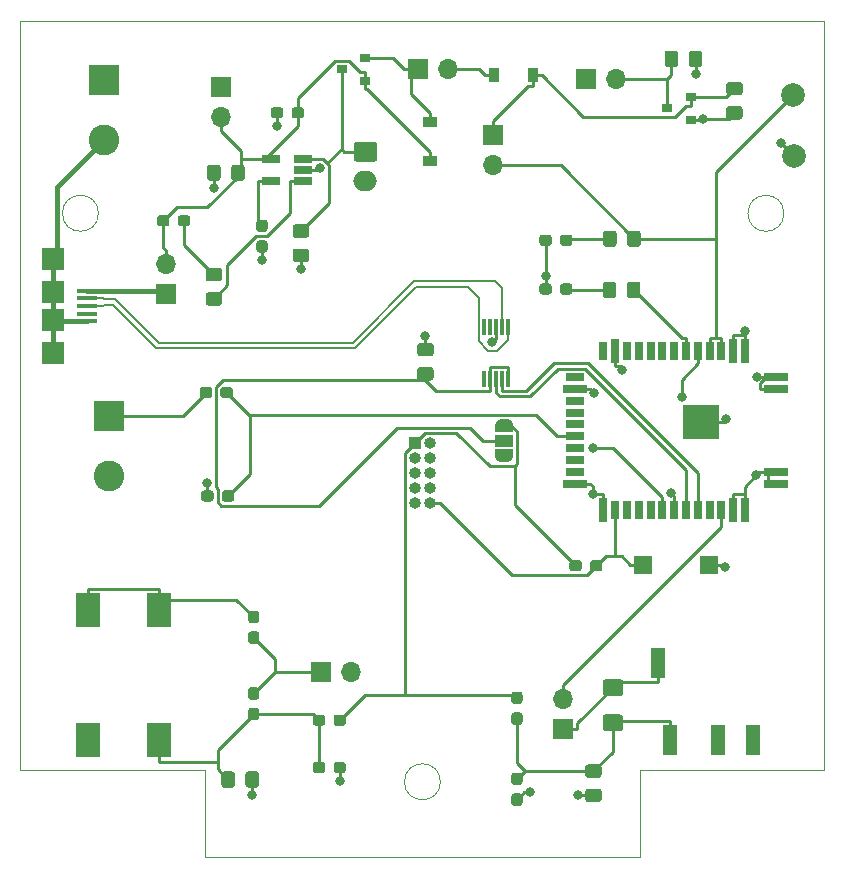
<source format=gbr>
%TF.GenerationSoftware,KiCad,Pcbnew,(5.1.8)-1*%
%TF.CreationDate,2021-05-25T14:35:32+05:30*%
%TF.ProjectId,ATM90_WLR_BOARD,41544d39-305f-4574-9c52-5f424f415244,rev?*%
%TF.SameCoordinates,Original*%
%TF.FileFunction,Copper,L1,Top*%
%TF.FilePolarity,Positive*%
%FSLAX46Y46*%
G04 Gerber Fmt 4.6, Leading zero omitted, Abs format (unit mm)*
G04 Created by KiCad (PCBNEW (5.1.8)-1) date 2021-05-25 14:35:32*
%MOMM*%
%LPD*%
G01*
G04 APERTURE LIST*
%TA.AperFunction,Profile*%
%ADD10C,0.050000*%
%TD*%
%TA.AperFunction,SMDPad,CuDef*%
%ADD11R,1.900000X1.900000*%
%TD*%
%TA.AperFunction,SMDPad,CuDef*%
%ADD12R,1.800000X0.400000*%
%TD*%
%TA.AperFunction,SMDPad,CuDef*%
%ADD13R,1.500000X1.500000*%
%TD*%
%TA.AperFunction,ComponentPad*%
%ADD14O,2.000000X1.700000*%
%TD*%
%TA.AperFunction,SMDPad,CuDef*%
%ADD15R,1.200000X0.900000*%
%TD*%
%TA.AperFunction,SMDPad,CuDef*%
%ADD16R,0.900000X1.200000*%
%TD*%
%TA.AperFunction,SMDPad,CuDef*%
%ADD17R,0.700000X2.000000*%
%TD*%
%TA.AperFunction,SMDPad,CuDef*%
%ADD18R,0.700000X1.500000*%
%TD*%
%TA.AperFunction,SMDPad,CuDef*%
%ADD19R,1.500000X0.700000*%
%TD*%
%TA.AperFunction,SMDPad,CuDef*%
%ADD20R,2.000000X0.700000*%
%TD*%
%TA.AperFunction,SMDPad,CuDef*%
%ADD21R,3.030000X3.000000*%
%TD*%
%TA.AperFunction,SMDPad,CuDef*%
%ADD22R,2.000000X3.000000*%
%TD*%
%TA.AperFunction,SMDPad,CuDef*%
%ADD23R,1.200000X2.500000*%
%TD*%
%TA.AperFunction,ComponentPad*%
%ADD24C,2.600000*%
%TD*%
%TA.AperFunction,ComponentPad*%
%ADD25R,2.600000X2.600000*%
%TD*%
%TA.AperFunction,ComponentPad*%
%ADD26R,1.700000X1.700000*%
%TD*%
%TA.AperFunction,ComponentPad*%
%ADD27O,1.700000X1.700000*%
%TD*%
%TA.AperFunction,ComponentPad*%
%ADD28O,1.000000X1.000000*%
%TD*%
%TA.AperFunction,ComponentPad*%
%ADD29R,1.000000X1.000000*%
%TD*%
%TA.AperFunction,SMDPad,CuDef*%
%ADD30C,0.100000*%
%TD*%
%TA.AperFunction,SMDPad,CuDef*%
%ADD31R,1.500000X1.000000*%
%TD*%
%TA.AperFunction,SMDPad,CuDef*%
%ADD32R,0.900000X0.800000*%
%TD*%
%TA.AperFunction,SMDPad,CuDef*%
%ADD33C,2.000000*%
%TD*%
%TA.AperFunction,SMDPad,CuDef*%
%ADD34R,1.560000X0.650000*%
%TD*%
%TA.AperFunction,SMDPad,CuDef*%
%ADD35R,0.300000X1.400000*%
%TD*%
%TA.AperFunction,ViaPad*%
%ADD36C,0.800000*%
%TD*%
%TA.AperFunction,Conductor*%
%ADD37C,0.250000*%
%TD*%
%TA.AperFunction,Conductor*%
%ADD38C,0.254000*%
%TD*%
%TA.AperFunction,Conductor*%
%ADD39C,0.400000*%
%TD*%
%TA.AperFunction,Conductor*%
%ADD40C,0.200000*%
%TD*%
G04 APERTURE END LIST*
D10*
X80391000Y-135890000D02*
X80391000Y-72517000D01*
X148463000Y-72517000D02*
X148463000Y-135890000D01*
X148463000Y-72517000D02*
X80391000Y-72517000D01*
X132842000Y-135890000D02*
X148463000Y-135890000D01*
X132842000Y-143256000D02*
X132842000Y-135890000D01*
X96012000Y-135890000D02*
X96012000Y-143256000D01*
X80391000Y-135890000D02*
X96012000Y-135890000D01*
X96012000Y-143256000D02*
X132842000Y-143256000D01*
X115951000Y-136906000D02*
G75*
G03*
X115951000Y-136906000I-1524000J0D01*
G01*
X145034000Y-88773000D02*
G75*
G03*
X145034000Y-88773000I-1524000J0D01*
G01*
X86995000Y-88773000D02*
G75*
G03*
X86995000Y-88773000I-1524000J0D01*
G01*
D11*
%TO.P,J6,6*%
%TO.N,GND*%
X83140000Y-95410000D03*
X83140000Y-97810000D03*
X83140000Y-100560000D03*
X83140000Y-92660000D03*
D12*
%TO.P,J6,5*%
X86040000Y-97910000D03*
%TO.P,J6,4*%
%TO.N,N/C*%
X86040000Y-97260000D03*
%TO.P,J6,3*%
%TO.N,D+*%
X86040000Y-96610000D03*
%TO.P,J6,1*%
%TO.N,/WLR0809/USB*%
X86040000Y-95310000D03*
%TO.P,J6,2*%
%TO.N,D-*%
X86040000Y-95960000D03*
%TD*%
%TO.P,R15,2*%
%TO.N,GND*%
%TA.AperFunction,SMDPad,CuDef*%
G36*
G01*
X96741500Y-112474500D02*
X96741500Y-112949500D01*
G75*
G02*
X96504000Y-113187000I-237500J0D01*
G01*
X95929000Y-113187000D01*
G75*
G02*
X95691500Y-112949500I0J237500D01*
G01*
X95691500Y-112474500D01*
G75*
G02*
X95929000Y-112237000I237500J0D01*
G01*
X96504000Y-112237000D01*
G75*
G02*
X96741500Y-112474500I0J-237500D01*
G01*
G37*
%TD.AperFunction*%
%TO.P,R15,1*%
%TO.N,DC_IN*%
%TA.AperFunction,SMDPad,CuDef*%
G36*
G01*
X98491500Y-112474500D02*
X98491500Y-112949500D01*
G75*
G02*
X98254000Y-113187000I-237500J0D01*
G01*
X97679000Y-113187000D01*
G75*
G02*
X97441500Y-112949500I0J237500D01*
G01*
X97441500Y-112474500D01*
G75*
G02*
X97679000Y-112237000I237500J0D01*
G01*
X98254000Y-112237000D01*
G75*
G02*
X98491500Y-112474500I0J-237500D01*
G01*
G37*
%TD.AperFunction*%
%TD*%
%TO.P,R14,2*%
%TO.N,DC_IN*%
%TA.AperFunction,SMDPad,CuDef*%
G36*
G01*
X97314500Y-104187500D02*
X97314500Y-103712500D01*
G75*
G02*
X97552000Y-103475000I237500J0D01*
G01*
X98127000Y-103475000D01*
G75*
G02*
X98364500Y-103712500I0J-237500D01*
G01*
X98364500Y-104187500D01*
G75*
G02*
X98127000Y-104425000I-237500J0D01*
G01*
X97552000Y-104425000D01*
G75*
G02*
X97314500Y-104187500I0J237500D01*
G01*
G37*
%TD.AperFunction*%
%TO.P,R14,1*%
%TO.N,Net-(J3-Pad1)*%
%TA.AperFunction,SMDPad,CuDef*%
G36*
G01*
X95564500Y-104187500D02*
X95564500Y-103712500D01*
G75*
G02*
X95802000Y-103475000I237500J0D01*
G01*
X96377000Y-103475000D01*
G75*
G02*
X96614500Y-103712500I0J-237500D01*
G01*
X96614500Y-104187500D01*
G75*
G02*
X96377000Y-104425000I-237500J0D01*
G01*
X95802000Y-104425000D01*
G75*
G02*
X95564500Y-104187500I0J237500D01*
G01*
G37*
%TD.AperFunction*%
%TD*%
%TO.P,R13,2*%
%TO.N,Net-(D4-Pad1)*%
%TA.AperFunction,SMDPad,CuDef*%
G36*
G01*
X126080000Y-95424500D02*
X126080000Y-94949500D01*
G75*
G02*
X126317500Y-94712000I237500J0D01*
G01*
X126892500Y-94712000D01*
G75*
G02*
X127130000Y-94949500I0J-237500D01*
G01*
X127130000Y-95424500D01*
G75*
G02*
X126892500Y-95662000I-237500J0D01*
G01*
X126317500Y-95662000D01*
G75*
G02*
X126080000Y-95424500I0J237500D01*
G01*
G37*
%TD.AperFunction*%
%TO.P,R13,1*%
%TO.N,GND*%
%TA.AperFunction,SMDPad,CuDef*%
G36*
G01*
X124330000Y-95424500D02*
X124330000Y-94949500D01*
G75*
G02*
X124567500Y-94712000I237500J0D01*
G01*
X125142500Y-94712000D01*
G75*
G02*
X125380000Y-94949500I0J-237500D01*
G01*
X125380000Y-95424500D01*
G75*
G02*
X125142500Y-95662000I-237500J0D01*
G01*
X124567500Y-95662000D01*
G75*
G02*
X124330000Y-95424500I0J237500D01*
G01*
G37*
%TD.AperFunction*%
%TD*%
%TO.P,R12,2*%
%TO.N,Net-(D3-Pad1)*%
%TA.AperFunction,SMDPad,CuDef*%
G36*
G01*
X126080000Y-91296500D02*
X126080000Y-90821500D01*
G75*
G02*
X126317500Y-90584000I237500J0D01*
G01*
X126892500Y-90584000D01*
G75*
G02*
X127130000Y-90821500I0J-237500D01*
G01*
X127130000Y-91296500D01*
G75*
G02*
X126892500Y-91534000I-237500J0D01*
G01*
X126317500Y-91534000D01*
G75*
G02*
X126080000Y-91296500I0J237500D01*
G01*
G37*
%TD.AperFunction*%
%TO.P,R12,1*%
%TO.N,GND*%
%TA.AperFunction,SMDPad,CuDef*%
G36*
G01*
X124330000Y-91296500D02*
X124330000Y-90821500D01*
G75*
G02*
X124567500Y-90584000I237500J0D01*
G01*
X125142500Y-90584000D01*
G75*
G02*
X125380000Y-90821500I0J-237500D01*
G01*
X125380000Y-91296500D01*
G75*
G02*
X125142500Y-91534000I-237500J0D01*
G01*
X124567500Y-91534000D01*
G75*
G02*
X124330000Y-91296500I0J237500D01*
G01*
G37*
%TD.AperFunction*%
%TD*%
%TO.P,R11,2*%
%TO.N,RESET*%
%TA.AperFunction,SMDPad,CuDef*%
G36*
G01*
X128620000Y-118855500D02*
X128620000Y-118380500D01*
G75*
G02*
X128857500Y-118143000I237500J0D01*
G01*
X129432500Y-118143000D01*
G75*
G02*
X129670000Y-118380500I0J-237500D01*
G01*
X129670000Y-118855500D01*
G75*
G02*
X129432500Y-119093000I-237500J0D01*
G01*
X128857500Y-119093000D01*
G75*
G02*
X128620000Y-118855500I0J237500D01*
G01*
G37*
%TD.AperFunction*%
%TO.P,R11,1*%
%TO.N,+3V3*%
%TA.AperFunction,SMDPad,CuDef*%
G36*
G01*
X126870000Y-118855500D02*
X126870000Y-118380500D01*
G75*
G02*
X127107500Y-118143000I237500J0D01*
G01*
X127682500Y-118143000D01*
G75*
G02*
X127920000Y-118380500I0J-237500D01*
G01*
X127920000Y-118855500D01*
G75*
G02*
X127682500Y-119093000I-237500J0D01*
G01*
X127107500Y-119093000D01*
G75*
G02*
X126870000Y-118855500I0J237500D01*
G01*
G37*
%TD.AperFunction*%
%TD*%
%TO.P,R10,2*%
%TO.N,GND*%
%TA.AperFunction,SMDPad,CuDef*%
G36*
G01*
X102647000Y-80026500D02*
X102647000Y-80501500D01*
G75*
G02*
X102409500Y-80739000I-237500J0D01*
G01*
X101834500Y-80739000D01*
G75*
G02*
X101597000Y-80501500I0J237500D01*
G01*
X101597000Y-80026500D01*
G75*
G02*
X101834500Y-79789000I237500J0D01*
G01*
X102409500Y-79789000D01*
G75*
G02*
X102647000Y-80026500I0J-237500D01*
G01*
G37*
%TD.AperFunction*%
%TO.P,R10,1*%
%TO.N,+5V*%
%TA.AperFunction,SMDPad,CuDef*%
G36*
G01*
X104397000Y-80026500D02*
X104397000Y-80501500D01*
G75*
G02*
X104159500Y-80739000I-237500J0D01*
G01*
X103584500Y-80739000D01*
G75*
G02*
X103347000Y-80501500I0J237500D01*
G01*
X103347000Y-80026500D01*
G75*
G02*
X103584500Y-79789000I237500J0D01*
G01*
X104159500Y-79789000D01*
G75*
G02*
X104397000Y-80026500I0J-237500D01*
G01*
G37*
%TD.AperFunction*%
%TD*%
%TO.P,R9,2*%
%TO.N,GND*%
%TA.AperFunction,SMDPad,CuDef*%
G36*
G01*
X100600500Y-91063000D02*
X101075500Y-91063000D01*
G75*
G02*
X101313000Y-91300500I0J-237500D01*
G01*
X101313000Y-91875500D01*
G75*
G02*
X101075500Y-92113000I-237500J0D01*
G01*
X100600500Y-92113000D01*
G75*
G02*
X100363000Y-91875500I0J237500D01*
G01*
X100363000Y-91300500D01*
G75*
G02*
X100600500Y-91063000I237500J0D01*
G01*
G37*
%TD.AperFunction*%
%TO.P,R9,1*%
%TO.N,Net-(R9-Pad1)*%
%TA.AperFunction,SMDPad,CuDef*%
G36*
G01*
X100600500Y-89313000D02*
X101075500Y-89313000D01*
G75*
G02*
X101313000Y-89550500I0J-237500D01*
G01*
X101313000Y-90125500D01*
G75*
G02*
X101075500Y-90363000I-237500J0D01*
G01*
X100600500Y-90363000D01*
G75*
G02*
X100363000Y-90125500I0J237500D01*
G01*
X100363000Y-89550500D01*
G75*
G02*
X100600500Y-89313000I237500J0D01*
G01*
G37*
%TD.AperFunction*%
%TD*%
%TO.P,R8,2*%
%TO.N,Net-(D1-Pad2)*%
%TA.AperFunction,SMDPad,CuDef*%
G36*
G01*
X93710000Y-89645500D02*
X93710000Y-89170500D01*
G75*
G02*
X93947500Y-88933000I237500J0D01*
G01*
X94522500Y-88933000D01*
G75*
G02*
X94760000Y-89170500I0J-237500D01*
G01*
X94760000Y-89645500D01*
G75*
G02*
X94522500Y-89883000I-237500J0D01*
G01*
X93947500Y-89883000D01*
G75*
G02*
X93710000Y-89645500I0J237500D01*
G01*
G37*
%TD.AperFunction*%
%TO.P,R8,1*%
%TO.N,+5V*%
%TA.AperFunction,SMDPad,CuDef*%
G36*
G01*
X91960000Y-89645500D02*
X91960000Y-89170500D01*
G75*
G02*
X92197500Y-88933000I237500J0D01*
G01*
X92772500Y-88933000D01*
G75*
G02*
X93010000Y-89170500I0J-237500D01*
G01*
X93010000Y-89645500D01*
G75*
G02*
X92772500Y-89883000I-237500J0D01*
G01*
X92197500Y-89883000D01*
G75*
G02*
X91960000Y-89645500I0J237500D01*
G01*
G37*
%TD.AperFunction*%
%TD*%
%TO.P,R7,2*%
%TO.N,GND*%
%TA.AperFunction,SMDPad,CuDef*%
G36*
G01*
X106903000Y-135937500D02*
X106903000Y-135462500D01*
G75*
G02*
X107140500Y-135225000I237500J0D01*
G01*
X107715500Y-135225000D01*
G75*
G02*
X107953000Y-135462500I0J-237500D01*
G01*
X107953000Y-135937500D01*
G75*
G02*
X107715500Y-136175000I-237500J0D01*
G01*
X107140500Y-136175000D01*
G75*
G02*
X106903000Y-135937500I0J237500D01*
G01*
G37*
%TD.AperFunction*%
%TO.P,R7,1*%
%TO.N,Net-(C2-Pad1)*%
%TA.AperFunction,SMDPad,CuDef*%
G36*
G01*
X105153000Y-135937500D02*
X105153000Y-135462500D01*
G75*
G02*
X105390500Y-135225000I237500J0D01*
G01*
X105965500Y-135225000D01*
G75*
G02*
X106203000Y-135462500I0J-237500D01*
G01*
X106203000Y-135937500D01*
G75*
G02*
X105965500Y-136175000I-237500J0D01*
G01*
X105390500Y-136175000D01*
G75*
G02*
X105153000Y-135937500I0J237500D01*
G01*
G37*
%TD.AperFunction*%
%TD*%
%TO.P,R6,2*%
%TO.N,Net-(C2-Pad1)*%
%TA.AperFunction,SMDPad,CuDef*%
G36*
G01*
X106203000Y-131461500D02*
X106203000Y-131936500D01*
G75*
G02*
X105965500Y-132174000I-237500J0D01*
G01*
X105390500Y-132174000D01*
G75*
G02*
X105153000Y-131936500I0J237500D01*
G01*
X105153000Y-131461500D01*
G75*
G02*
X105390500Y-131224000I237500J0D01*
G01*
X105965500Y-131224000D01*
G75*
G02*
X106203000Y-131461500I0J-237500D01*
G01*
G37*
%TD.AperFunction*%
%TO.P,R6,1*%
%TO.N,+3V3*%
%TA.AperFunction,SMDPad,CuDef*%
G36*
G01*
X107953000Y-131461500D02*
X107953000Y-131936500D01*
G75*
G02*
X107715500Y-132174000I-237500J0D01*
G01*
X107140500Y-132174000D01*
G75*
G02*
X106903000Y-131936500I0J237500D01*
G01*
X106903000Y-131461500D01*
G75*
G02*
X107140500Y-131224000I237500J0D01*
G01*
X107715500Y-131224000D01*
G75*
G02*
X107953000Y-131461500I0J-237500D01*
G01*
G37*
%TD.AperFunction*%
%TD*%
%TO.P,R5,2*%
%TO.N,GND*%
%TA.AperFunction,SMDPad,CuDef*%
G36*
G01*
X122190500Y-137891000D02*
X122665500Y-137891000D01*
G75*
G02*
X122903000Y-138128500I0J-237500D01*
G01*
X122903000Y-138703500D01*
G75*
G02*
X122665500Y-138941000I-237500J0D01*
G01*
X122190500Y-138941000D01*
G75*
G02*
X121953000Y-138703500I0J237500D01*
G01*
X121953000Y-138128500D01*
G75*
G02*
X122190500Y-137891000I237500J0D01*
G01*
G37*
%TD.AperFunction*%
%TO.P,R5,1*%
%TO.N,Net-(C1-Pad1)*%
%TA.AperFunction,SMDPad,CuDef*%
G36*
G01*
X122190500Y-136141000D02*
X122665500Y-136141000D01*
G75*
G02*
X122903000Y-136378500I0J-237500D01*
G01*
X122903000Y-136953500D01*
G75*
G02*
X122665500Y-137191000I-237500J0D01*
G01*
X122190500Y-137191000D01*
G75*
G02*
X121953000Y-136953500I0J237500D01*
G01*
X121953000Y-136378500D01*
G75*
G02*
X122190500Y-136141000I237500J0D01*
G01*
G37*
%TD.AperFunction*%
%TD*%
%TO.P,R4,2*%
%TO.N,Net-(C1-Pad1)*%
%TA.AperFunction,SMDPad,CuDef*%
G36*
G01*
X122190500Y-131033000D02*
X122665500Y-131033000D01*
G75*
G02*
X122903000Y-131270500I0J-237500D01*
G01*
X122903000Y-131845500D01*
G75*
G02*
X122665500Y-132083000I-237500J0D01*
G01*
X122190500Y-132083000D01*
G75*
G02*
X121953000Y-131845500I0J237500D01*
G01*
X121953000Y-131270500D01*
G75*
G02*
X122190500Y-131033000I237500J0D01*
G01*
G37*
%TD.AperFunction*%
%TO.P,R4,1*%
%TO.N,+3V3*%
%TA.AperFunction,SMDPad,CuDef*%
G36*
G01*
X122190500Y-129283000D02*
X122665500Y-129283000D01*
G75*
G02*
X122903000Y-129520500I0J-237500D01*
G01*
X122903000Y-130095500D01*
G75*
G02*
X122665500Y-130333000I-237500J0D01*
G01*
X122190500Y-130333000D01*
G75*
G02*
X121953000Y-130095500I0J237500D01*
G01*
X121953000Y-129520500D01*
G75*
G02*
X122190500Y-129283000I237500J0D01*
G01*
G37*
%TD.AperFunction*%
%TD*%
%TO.P,R3,2*%
%TO.N,Net-(C2-Pad1)*%
%TA.AperFunction,SMDPad,CuDef*%
G36*
G01*
X99901500Y-130652000D02*
X100376500Y-130652000D01*
G75*
G02*
X100614000Y-130889500I0J-237500D01*
G01*
X100614000Y-131464500D01*
G75*
G02*
X100376500Y-131702000I-237500J0D01*
G01*
X99901500Y-131702000D01*
G75*
G02*
X99664000Y-131464500I0J237500D01*
G01*
X99664000Y-130889500D01*
G75*
G02*
X99901500Y-130652000I237500J0D01*
G01*
G37*
%TD.AperFunction*%
%TO.P,R3,1*%
%TO.N,/VT*%
%TA.AperFunction,SMDPad,CuDef*%
G36*
G01*
X99901500Y-128902000D02*
X100376500Y-128902000D01*
G75*
G02*
X100614000Y-129139500I0J-237500D01*
G01*
X100614000Y-129714500D01*
G75*
G02*
X100376500Y-129952000I-237500J0D01*
G01*
X99901500Y-129952000D01*
G75*
G02*
X99664000Y-129714500I0J237500D01*
G01*
X99664000Y-129139500D01*
G75*
G02*
X99901500Y-128902000I237500J0D01*
G01*
G37*
%TD.AperFunction*%
%TD*%
%TO.P,R2,2*%
%TO.N,/VT*%
%TA.AperFunction,SMDPad,CuDef*%
G36*
G01*
X99901500Y-124175000D02*
X100376500Y-124175000D01*
G75*
G02*
X100614000Y-124412500I0J-237500D01*
G01*
X100614000Y-124987500D01*
G75*
G02*
X100376500Y-125225000I-237500J0D01*
G01*
X99901500Y-125225000D01*
G75*
G02*
X99664000Y-124987500I0J237500D01*
G01*
X99664000Y-124412500D01*
G75*
G02*
X99901500Y-124175000I237500J0D01*
G01*
G37*
%TD.AperFunction*%
%TO.P,R2,1*%
%TO.N,Net-(J1-Pad1)*%
%TA.AperFunction,SMDPad,CuDef*%
G36*
G01*
X99901500Y-122425000D02*
X100376500Y-122425000D01*
G75*
G02*
X100614000Y-122662500I0J-237500D01*
G01*
X100614000Y-123237500D01*
G75*
G02*
X100376500Y-123475000I-237500J0D01*
G01*
X99901500Y-123475000D01*
G75*
G02*
X99664000Y-123237500I0J237500D01*
G01*
X99664000Y-122662500D01*
G75*
G02*
X99901500Y-122425000I237500J0D01*
G01*
G37*
%TD.AperFunction*%
%TD*%
%TO.P,D1,2*%
%TO.N,Net-(D1-Pad2)*%
%TA.AperFunction,SMDPad,CuDef*%
G36*
G01*
X97224001Y-94546000D02*
X96323999Y-94546000D01*
G75*
G02*
X96074000Y-94296001I0J249999D01*
G01*
X96074000Y-93645999D01*
G75*
G02*
X96323999Y-93396000I249999J0D01*
G01*
X97224001Y-93396000D01*
G75*
G02*
X97474000Y-93645999I0J-249999D01*
G01*
X97474000Y-94296001D01*
G75*
G02*
X97224001Y-94546000I-249999J0D01*
G01*
G37*
%TD.AperFunction*%
%TO.P,D1,1*%
%TO.N,Net-(D1-Pad1)*%
%TA.AperFunction,SMDPad,CuDef*%
G36*
G01*
X97224001Y-96596000D02*
X96323999Y-96596000D01*
G75*
G02*
X96074000Y-96346001I0J249999D01*
G01*
X96074000Y-95695999D01*
G75*
G02*
X96323999Y-95446000I249999J0D01*
G01*
X97224001Y-95446000D01*
G75*
G02*
X97474000Y-95695999I0J-249999D01*
G01*
X97474000Y-96346001D01*
G75*
G02*
X97224001Y-96596000I-249999J0D01*
G01*
G37*
%TD.AperFunction*%
%TD*%
%TO.P,C7,2*%
%TO.N,GND*%
%TA.AperFunction,SMDPad,CuDef*%
G36*
G01*
X115131001Y-100896000D02*
X114230999Y-100896000D01*
G75*
G02*
X113981000Y-100646001I0J249999D01*
G01*
X113981000Y-99995999D01*
G75*
G02*
X114230999Y-99746000I249999J0D01*
G01*
X115131001Y-99746000D01*
G75*
G02*
X115381000Y-99995999I0J-249999D01*
G01*
X115381000Y-100646001D01*
G75*
G02*
X115131001Y-100896000I-249999J0D01*
G01*
G37*
%TD.AperFunction*%
%TO.P,C7,1*%
%TO.N,Net-(C7-Pad1)*%
%TA.AperFunction,SMDPad,CuDef*%
G36*
G01*
X115131001Y-102946000D02*
X114230999Y-102946000D01*
G75*
G02*
X113981000Y-102696001I0J249999D01*
G01*
X113981000Y-102045999D01*
G75*
G02*
X114230999Y-101796000I249999J0D01*
G01*
X115131001Y-101796000D01*
G75*
G02*
X115381000Y-102045999I0J-249999D01*
G01*
X115381000Y-102696001D01*
G75*
G02*
X115131001Y-102946000I-249999J0D01*
G01*
G37*
%TD.AperFunction*%
%TD*%
%TO.P,C6,2*%
%TO.N,GND*%
%TA.AperFunction,SMDPad,CuDef*%
G36*
G01*
X140392999Y-79698000D02*
X141293001Y-79698000D01*
G75*
G02*
X141543000Y-79947999I0J-249999D01*
G01*
X141543000Y-80598001D01*
G75*
G02*
X141293001Y-80848000I-249999J0D01*
G01*
X140392999Y-80848000D01*
G75*
G02*
X140143000Y-80598001I0J249999D01*
G01*
X140143000Y-79947999D01*
G75*
G02*
X140392999Y-79698000I249999J0D01*
G01*
G37*
%TD.AperFunction*%
%TO.P,C6,1*%
%TO.N,/WLR0809/3.3*%
%TA.AperFunction,SMDPad,CuDef*%
G36*
G01*
X140392999Y-77648000D02*
X141293001Y-77648000D01*
G75*
G02*
X141543000Y-77897999I0J-249999D01*
G01*
X141543000Y-78548001D01*
G75*
G02*
X141293001Y-78798000I-249999J0D01*
G01*
X140392999Y-78798000D01*
G75*
G02*
X140143000Y-78548001I0J249999D01*
G01*
X140143000Y-77897999D01*
G75*
G02*
X140392999Y-77648000I249999J0D01*
G01*
G37*
%TD.AperFunction*%
%TD*%
%TO.P,C5,2*%
%TO.N,GND*%
%TA.AperFunction,SMDPad,CuDef*%
G36*
G01*
X136975000Y-76142001D02*
X136975000Y-75241999D01*
G75*
G02*
X137224999Y-74992000I249999J0D01*
G01*
X137875001Y-74992000D01*
G75*
G02*
X138125000Y-75241999I0J-249999D01*
G01*
X138125000Y-76142001D01*
G75*
G02*
X137875001Y-76392000I-249999J0D01*
G01*
X137224999Y-76392000D01*
G75*
G02*
X136975000Y-76142001I0J249999D01*
G01*
G37*
%TD.AperFunction*%
%TO.P,C5,1*%
%TO.N,/WLR0809/V1*%
%TA.AperFunction,SMDPad,CuDef*%
G36*
G01*
X134925000Y-76142001D02*
X134925000Y-75241999D01*
G75*
G02*
X135174999Y-74992000I249999J0D01*
G01*
X135825001Y-74992000D01*
G75*
G02*
X136075000Y-75241999I0J-249999D01*
G01*
X136075000Y-76142001D01*
G75*
G02*
X135825001Y-76392000I-249999J0D01*
G01*
X135174999Y-76392000D01*
G75*
G02*
X134925000Y-76142001I0J249999D01*
G01*
G37*
%TD.AperFunction*%
%TD*%
%TO.P,C2,2*%
%TO.N,GND*%
%TA.AperFunction,SMDPad,CuDef*%
G36*
G01*
X99447000Y-137166001D02*
X99447000Y-136265999D01*
G75*
G02*
X99696999Y-136016000I249999J0D01*
G01*
X100347001Y-136016000D01*
G75*
G02*
X100597000Y-136265999I0J-249999D01*
G01*
X100597000Y-137166001D01*
G75*
G02*
X100347001Y-137416000I-249999J0D01*
G01*
X99696999Y-137416000D01*
G75*
G02*
X99447000Y-137166001I0J249999D01*
G01*
G37*
%TD.AperFunction*%
%TO.P,C2,1*%
%TO.N,Net-(C2-Pad1)*%
%TA.AperFunction,SMDPad,CuDef*%
G36*
G01*
X97397000Y-137166001D02*
X97397000Y-136265999D01*
G75*
G02*
X97646999Y-136016000I249999J0D01*
G01*
X98297001Y-136016000D01*
G75*
G02*
X98547000Y-136265999I0J-249999D01*
G01*
X98547000Y-137166001D01*
G75*
G02*
X98297001Y-137416000I-249999J0D01*
G01*
X97646999Y-137416000D01*
G75*
G02*
X97397000Y-137166001I0J249999D01*
G01*
G37*
%TD.AperFunction*%
%TD*%
%TO.P,C1,2*%
%TO.N,GND*%
%TA.AperFunction,SMDPad,CuDef*%
G36*
G01*
X128454999Y-137483000D02*
X129355001Y-137483000D01*
G75*
G02*
X129605000Y-137732999I0J-249999D01*
G01*
X129605000Y-138383001D01*
G75*
G02*
X129355001Y-138633000I-249999J0D01*
G01*
X128454999Y-138633000D01*
G75*
G02*
X128205000Y-138383001I0J249999D01*
G01*
X128205000Y-137732999D01*
G75*
G02*
X128454999Y-137483000I249999J0D01*
G01*
G37*
%TD.AperFunction*%
%TO.P,C1,1*%
%TO.N,Net-(C1-Pad1)*%
%TA.AperFunction,SMDPad,CuDef*%
G36*
G01*
X128454999Y-135433000D02*
X129355001Y-135433000D01*
G75*
G02*
X129605000Y-135682999I0J-249999D01*
G01*
X129605000Y-136333001D01*
G75*
G02*
X129355001Y-136583000I-249999J0D01*
G01*
X128454999Y-136583000D01*
G75*
G02*
X128205000Y-136333001I0J249999D01*
G01*
X128205000Y-135682999D01*
G75*
G02*
X128454999Y-135433000I249999J0D01*
G01*
G37*
%TD.AperFunction*%
%TD*%
D13*
%TO.P,SW1,1*%
%TO.N,RESET*%
X133096000Y-118554500D03*
%TO.P,SW1,2*%
%TO.N,GND*%
X138684000Y-118554500D03*
%TD*%
%TO.P,BT1,1*%
%TO.N,Net-(BT1-Pad1)*%
%TA.AperFunction,ComponentPad*%
G36*
G01*
X108851000Y-82716000D02*
X110351000Y-82716000D01*
G75*
G02*
X110601000Y-82966000I0J-250000D01*
G01*
X110601000Y-84166000D01*
G75*
G02*
X110351000Y-84416000I-250000J0D01*
G01*
X108851000Y-84416000D01*
G75*
G02*
X108601000Y-84166000I0J250000D01*
G01*
X108601000Y-82966000D01*
G75*
G02*
X108851000Y-82716000I250000J0D01*
G01*
G37*
%TD.AperFunction*%
D14*
%TO.P,BT1,2*%
%TO.N,GND*%
X109601000Y-86066000D03*
%TD*%
%TO.P,C3,2*%
%TO.N,GND*%
%TA.AperFunction,SMDPad,CuDef*%
G36*
G01*
X97340000Y-84893999D02*
X97340000Y-85794001D01*
G75*
G02*
X97090001Y-86044000I-249999J0D01*
G01*
X96439999Y-86044000D01*
G75*
G02*
X96190000Y-85794001I0J249999D01*
G01*
X96190000Y-84893999D01*
G75*
G02*
X96439999Y-84644000I249999J0D01*
G01*
X97090001Y-84644000D01*
G75*
G02*
X97340000Y-84893999I0J-249999D01*
G01*
G37*
%TD.AperFunction*%
%TO.P,C3,1*%
%TO.N,+5V*%
%TA.AperFunction,SMDPad,CuDef*%
G36*
G01*
X99390000Y-84893999D02*
X99390000Y-85794001D01*
G75*
G02*
X99140001Y-86044000I-249999J0D01*
G01*
X98489999Y-86044000D01*
G75*
G02*
X98240000Y-85794001I0J249999D01*
G01*
X98240000Y-84893999D01*
G75*
G02*
X98489999Y-84644000I249999J0D01*
G01*
X99140001Y-84644000D01*
G75*
G02*
X99390000Y-84893999I0J-249999D01*
G01*
G37*
%TD.AperFunction*%
%TD*%
%TO.P,C4,1*%
%TO.N,Net-(BT1-Pad1)*%
%TA.AperFunction,SMDPad,CuDef*%
G36*
G01*
X103689999Y-89713000D02*
X104590001Y-89713000D01*
G75*
G02*
X104840000Y-89962999I0J-249999D01*
G01*
X104840000Y-90613001D01*
G75*
G02*
X104590001Y-90863000I-249999J0D01*
G01*
X103689999Y-90863000D01*
G75*
G02*
X103440000Y-90613001I0J249999D01*
G01*
X103440000Y-89962999D01*
G75*
G02*
X103689999Y-89713000I249999J0D01*
G01*
G37*
%TD.AperFunction*%
%TO.P,C4,2*%
%TO.N,GND*%
%TA.AperFunction,SMDPad,CuDef*%
G36*
G01*
X103689999Y-91763000D02*
X104590001Y-91763000D01*
G75*
G02*
X104840000Y-92012999I0J-249999D01*
G01*
X104840000Y-92663001D01*
G75*
G02*
X104590001Y-92913000I-249999J0D01*
G01*
X103689999Y-92913000D01*
G75*
G02*
X103440000Y-92663001I0J249999D01*
G01*
X103440000Y-92012999D01*
G75*
G02*
X103689999Y-91763000I249999J0D01*
G01*
G37*
%TD.AperFunction*%
%TD*%
D15*
%TO.P,D2,2*%
%TO.N,+5V*%
X115062000Y-84327000D03*
%TO.P,D2,1*%
%TO.N,/WLR0809/VOUT*%
X115062000Y-81027000D03*
%TD*%
%TO.P,D3,2*%
%TO.N,+3V3*%
%TA.AperFunction,SMDPad,CuDef*%
G36*
G01*
X131768000Y-91382001D02*
X131768000Y-90481999D01*
G75*
G02*
X132017999Y-90232000I249999J0D01*
G01*
X132668001Y-90232000D01*
G75*
G02*
X132918000Y-90481999I0J-249999D01*
G01*
X132918000Y-91382001D01*
G75*
G02*
X132668001Y-91632000I-249999J0D01*
G01*
X132017999Y-91632000D01*
G75*
G02*
X131768000Y-91382001I0J249999D01*
G01*
G37*
%TD.AperFunction*%
%TO.P,D3,1*%
%TO.N,Net-(D3-Pad1)*%
%TA.AperFunction,SMDPad,CuDef*%
G36*
G01*
X129718000Y-91382001D02*
X129718000Y-90481999D01*
G75*
G02*
X129967999Y-90232000I249999J0D01*
G01*
X130618001Y-90232000D01*
G75*
G02*
X130868000Y-90481999I0J-249999D01*
G01*
X130868000Y-91382001D01*
G75*
G02*
X130618001Y-91632000I-249999J0D01*
G01*
X129967999Y-91632000D01*
G75*
G02*
X129718000Y-91382001I0J249999D01*
G01*
G37*
%TD.AperFunction*%
%TD*%
%TO.P,D4,1*%
%TO.N,Net-(D4-Pad1)*%
%TA.AperFunction,SMDPad,CuDef*%
G36*
G01*
X129691000Y-95700001D02*
X129691000Y-94799999D01*
G75*
G02*
X129940999Y-94550000I249999J0D01*
G01*
X130591001Y-94550000D01*
G75*
G02*
X130841000Y-94799999I0J-249999D01*
G01*
X130841000Y-95700001D01*
G75*
G02*
X130591001Y-95950000I-249999J0D01*
G01*
X129940999Y-95950000D01*
G75*
G02*
X129691000Y-95700001I0J249999D01*
G01*
G37*
%TD.AperFunction*%
%TO.P,D4,2*%
%TO.N,PA08*%
%TA.AperFunction,SMDPad,CuDef*%
G36*
G01*
X131741000Y-95700001D02*
X131741000Y-94799999D01*
G75*
G02*
X131990999Y-94550000I249999J0D01*
G01*
X132641001Y-94550000D01*
G75*
G02*
X132891000Y-94799999I0J-249999D01*
G01*
X132891000Y-95700001D01*
G75*
G02*
X132641001Y-95950000I-249999J0D01*
G01*
X131990999Y-95950000D01*
G75*
G02*
X131741000Y-95700001I0J249999D01*
G01*
G37*
%TD.AperFunction*%
%TD*%
D16*
%TO.P,D5,1*%
%TO.N,/WLR0809/3.3*%
X123760000Y-77089000D03*
%TO.P,D5,2*%
%TO.N,/WLR0809/V2*%
X120460000Y-77089000D03*
%TD*%
D17*
%TO.P,IC1,1*%
%TO.N,GND*%
X141746000Y-100405000D03*
%TO.P,IC1,2*%
X140746000Y-100405000D03*
D18*
%TO.P,IC1,3*%
%TO.N,+3V3*%
X139746000Y-100405000D03*
%TO.P,IC1,4*%
X138746000Y-100405000D03*
%TO.P,IC1,5*%
%TO.N,VT_IN*%
X137746000Y-100405000D03*
%TO.P,IC1,6*%
%TO.N,PA08*%
X136746000Y-100405000D03*
%TO.P,IC1,7*%
%TO.N,N/C*%
X135746000Y-100405000D03*
%TO.P,IC1,8*%
X134746000Y-100405000D03*
%TO.P,IC1,9*%
X133746000Y-100405000D03*
%TO.P,IC1,10*%
X132746000Y-100405000D03*
%TO.P,IC1,11*%
X131746000Y-100405000D03*
D17*
%TO.P,IC1,12*%
%TO.N,GND*%
X130746000Y-100405000D03*
D18*
%TO.P,IC1,13*%
%TO.N,N/C*%
X129746000Y-100405000D03*
D19*
%TO.P,IC1,14*%
X127326000Y-102655000D03*
D20*
%TO.P,IC1,15*%
%TO.N,GND*%
X127326000Y-103655000D03*
D19*
%TO.P,IC1,16*%
%TO.N,N/C*%
X127326000Y-104655000D03*
%TO.P,IC1,17*%
X127326000Y-105655000D03*
%TO.P,IC1,18*%
X127326000Y-106655000D03*
%TO.P,IC1,19*%
%TO.N,DC_IN*%
X127326000Y-107655000D03*
%TO.P,IC1,20*%
%TO.N,N/C*%
X127326000Y-108655000D03*
%TO.P,IC1,21*%
X127326000Y-109655000D03*
%TO.P,IC1,22*%
X127326000Y-110655000D03*
D20*
%TO.P,IC1,23*%
%TO.N,GND*%
X127326000Y-111655000D03*
D17*
%TO.P,IC1,24*%
X129746000Y-113905000D03*
D18*
%TO.P,IC1,25*%
%TO.N,RESET*%
X130746000Y-113905000D03*
%TO.P,IC1,26*%
%TO.N,N/C*%
X131746000Y-113905000D03*
%TO.P,IC1,27*%
X132746000Y-113905000D03*
%TO.P,IC1,28*%
X133746000Y-113905000D03*
%TO.P,IC1,29*%
%TO.N,SWDIO*%
X134746000Y-113905000D03*
%TO.P,IC1,30*%
%TO.N,SWDCLK*%
X135746000Y-113905000D03*
%TO.P,IC1,31*%
%TO.N,SO_UART_RX*%
X136746000Y-113905000D03*
%TO.P,IC1,32*%
%TO.N,SO_UART_TX*%
X137746000Y-113905000D03*
%TO.P,IC1,33*%
%TO.N,N/C*%
X138746000Y-113905000D03*
%TO.P,IC1,34*%
%TO.N,CT_IN*%
X139746000Y-113905000D03*
D17*
%TO.P,IC1,35*%
%TO.N,GND*%
X140746000Y-113905000D03*
%TO.P,IC1,36*%
X141746000Y-113905000D03*
D20*
%TO.P,IC1,37*%
X144326000Y-111655000D03*
%TO.P,IC1,38*%
X144326000Y-110655000D03*
%TO.P,IC1,39*%
X144326000Y-103655000D03*
%TO.P,IC1,40*%
X144326000Y-102655000D03*
D21*
%TO.P,IC1,41*%
X137996000Y-106455000D03*
%TD*%
D22*
%TO.P,J1,1*%
%TO.N,Net-(J1-Pad1)*%
X86154000Y-122389000D03*
X92154000Y-122389000D03*
%TO.P,J1,2*%
%TO.N,Net-(C2-Pad1)*%
X92154000Y-133389000D03*
%TO.P,J1,3*%
%TO.N,N/C*%
X86154000Y-133389000D03*
%TD*%
D23*
%TO.P,J2,S*%
%TO.N,/CT*%
X134331000Y-126861000D03*
%TO.P,J2,T*%
%TO.N,Net-(C1-Pad1)*%
X135431000Y-133361000D03*
%TO.P,J2,R1*%
%TO.N,N/C*%
X139431000Y-133361000D03*
%TO.P,J2,R2*%
X142431000Y-133361000D03*
%TD*%
D24*
%TO.P,J3,2*%
%TO.N,GND*%
X87884000Y-110998000D03*
D25*
%TO.P,J3,1*%
%TO.N,Net-(J3-Pad1)*%
X87884000Y-105918000D03*
%TD*%
D26*
%TO.P,J4,1*%
%TO.N,/CT*%
X126365000Y-132461000D03*
D27*
%TO.P,J4,2*%
%TO.N,CT_IN*%
X126365000Y-129921000D03*
%TD*%
%TO.P,J5,2*%
%TO.N,VT_IN*%
X108395000Y-127635000D03*
D26*
%TO.P,J5,1*%
%TO.N,/VT*%
X105855000Y-127635000D03*
%TD*%
%TO.P,J7,1*%
%TO.N,/WLR0809/USB*%
X92710000Y-95631000D03*
D27*
%TO.P,J7,2*%
%TO.N,+5V*%
X92710000Y-93091000D03*
%TD*%
D25*
%TO.P,J8,1*%
%TO.N,/WLR0809/PANEL*%
X87503000Y-77470000D03*
D24*
%TO.P,J8,2*%
%TO.N,GND*%
X87503000Y-82550000D03*
%TD*%
D27*
%TO.P,J9,2*%
%TO.N,+5V*%
X97409000Y-80645000D03*
D26*
%TO.P,J9,1*%
%TO.N,/WLR0809/PANEL*%
X97409000Y-78105000D03*
%TD*%
%TO.P,J10,1*%
%TO.N,/WLR0809/3.3*%
X120396000Y-82169000D03*
D27*
%TO.P,J10,2*%
%TO.N,+3V3*%
X120396000Y-84709000D03*
%TD*%
D26*
%TO.P,J11,1*%
%TO.N,/WLR0809/VOUT*%
X128270000Y-77406500D03*
D27*
%TO.P,J11,2*%
%TO.N,/WLR0809/V1*%
X130810000Y-77406500D03*
%TD*%
%TO.P,J12,2*%
%TO.N,/WLR0809/V2*%
X116586000Y-76581000D03*
D26*
%TO.P,J12,1*%
%TO.N,/WLR0809/VOUT*%
X114046000Y-76581000D03*
%TD*%
D28*
%TO.P,J13,10*%
%TO.N,RESET*%
X115062000Y-113284000D03*
%TO.P,J13,9*%
%TO.N,GND*%
X113792000Y-113284000D03*
%TO.P,J13,8*%
%TO.N,N/C*%
X115062000Y-112014000D03*
%TO.P,J13,7*%
X113792000Y-112014000D03*
%TO.P,J13,6*%
X115062000Y-110744000D03*
%TO.P,J13,5*%
%TO.N,GND*%
X113792000Y-110744000D03*
%TO.P,J13,4*%
%TO.N,SWDCLK*%
X115062000Y-109474000D03*
%TO.P,J13,3*%
%TO.N,GND*%
X113792000Y-109474000D03*
%TO.P,J13,2*%
%TO.N,SWDIO*%
X115062000Y-108204000D03*
D29*
%TO.P,J13,1*%
%TO.N,+3V3*%
X113792000Y-108204000D03*
%TD*%
%TA.AperFunction,SMDPad,CuDef*%
D30*
%TO.P,JP1,1*%
%TO.N,+3V3*%
G36*
X120599000Y-107263000D02*
G01*
X120599000Y-106713000D01*
X120599602Y-106713000D01*
X120599602Y-106688466D01*
X120604412Y-106639635D01*
X120613984Y-106591510D01*
X120628228Y-106544555D01*
X120647005Y-106499222D01*
X120670136Y-106455949D01*
X120697396Y-106415150D01*
X120728524Y-106377221D01*
X120763221Y-106342524D01*
X120801150Y-106311396D01*
X120841949Y-106284136D01*
X120885222Y-106261005D01*
X120930555Y-106242228D01*
X120977510Y-106227984D01*
X121025635Y-106218412D01*
X121074466Y-106213602D01*
X121099000Y-106213602D01*
X121099000Y-106213000D01*
X121599000Y-106213000D01*
X121599000Y-106213602D01*
X121623534Y-106213602D01*
X121672365Y-106218412D01*
X121720490Y-106227984D01*
X121767445Y-106242228D01*
X121812778Y-106261005D01*
X121856051Y-106284136D01*
X121896850Y-106311396D01*
X121934779Y-106342524D01*
X121969476Y-106377221D01*
X122000604Y-106415150D01*
X122027864Y-106455949D01*
X122050995Y-106499222D01*
X122069772Y-106544555D01*
X122084016Y-106591510D01*
X122093588Y-106639635D01*
X122098398Y-106688466D01*
X122098398Y-106713000D01*
X122099000Y-106713000D01*
X122099000Y-107263000D01*
X120599000Y-107263000D01*
G37*
%TD.AperFunction*%
%TA.AperFunction,SMDPad,CuDef*%
%TO.P,JP1,3*%
%TO.N,N/C*%
G36*
X122098398Y-109313000D02*
G01*
X122098398Y-109337534D01*
X122093588Y-109386365D01*
X122084016Y-109434490D01*
X122069772Y-109481445D01*
X122050995Y-109526778D01*
X122027864Y-109570051D01*
X122000604Y-109610850D01*
X121969476Y-109648779D01*
X121934779Y-109683476D01*
X121896850Y-109714604D01*
X121856051Y-109741864D01*
X121812778Y-109764995D01*
X121767445Y-109783772D01*
X121720490Y-109798016D01*
X121672365Y-109807588D01*
X121623534Y-109812398D01*
X121599000Y-109812398D01*
X121599000Y-109813000D01*
X121099000Y-109813000D01*
X121099000Y-109812398D01*
X121074466Y-109812398D01*
X121025635Y-109807588D01*
X120977510Y-109798016D01*
X120930555Y-109783772D01*
X120885222Y-109764995D01*
X120841949Y-109741864D01*
X120801150Y-109714604D01*
X120763221Y-109683476D01*
X120728524Y-109648779D01*
X120697396Y-109610850D01*
X120670136Y-109570051D01*
X120647005Y-109526778D01*
X120628228Y-109481445D01*
X120613984Y-109434490D01*
X120604412Y-109386365D01*
X120599602Y-109337534D01*
X120599602Y-109313000D01*
X120599000Y-109313000D01*
X120599000Y-108763000D01*
X122099000Y-108763000D01*
X122099000Y-109313000D01*
X122098398Y-109313000D01*
G37*
%TD.AperFunction*%
D31*
%TO.P,JP1,2*%
%TO.N,Net-(C7-Pad1)*%
X121349000Y-108013000D03*
%TD*%
D32*
%TO.P,Q1,3*%
%TO.N,Net-(BT1-Pad1)*%
X107585000Y-76581000D03*
%TO.P,Q1,2*%
%TO.N,/WLR0809/VOUT*%
X109585000Y-75631000D03*
%TO.P,Q1,1*%
%TO.N,+5V*%
X109585000Y-77531000D03*
%TD*%
%TO.P,R1,2*%
%TO.N,Net-(C1-Pad1)*%
%TA.AperFunction,SMDPad,CuDef*%
G36*
G01*
X129931000Y-131204000D02*
X131181000Y-131204000D01*
G75*
G02*
X131431000Y-131454000I0J-250000D01*
G01*
X131431000Y-132379000D01*
G75*
G02*
X131181000Y-132629000I-250000J0D01*
G01*
X129931000Y-132629000D01*
G75*
G02*
X129681000Y-132379000I0J250000D01*
G01*
X129681000Y-131454000D01*
G75*
G02*
X129931000Y-131204000I250000J0D01*
G01*
G37*
%TD.AperFunction*%
%TO.P,R1,1*%
%TO.N,/CT*%
%TA.AperFunction,SMDPad,CuDef*%
G36*
G01*
X129931000Y-128229000D02*
X131181000Y-128229000D01*
G75*
G02*
X131431000Y-128479000I0J-250000D01*
G01*
X131431000Y-129404000D01*
G75*
G02*
X131181000Y-129654000I-250000J0D01*
G01*
X129931000Y-129654000D01*
G75*
G02*
X129681000Y-129404000I0J250000D01*
G01*
X129681000Y-128479000D01*
G75*
G02*
X129931000Y-128229000I250000J0D01*
G01*
G37*
%TD.AperFunction*%
%TD*%
D33*
%TO.P,TP1,1*%
%TO.N,+3V3*%
X145796000Y-78740000D03*
%TD*%
%TO.P,TP2,1*%
%TO.N,GND*%
X145923000Y-83947000D03*
%TD*%
D34*
%TO.P,U1,1*%
%TO.N,Net-(D1-Pad1)*%
X104347000Y-86040000D03*
%TO.P,U1,2*%
%TO.N,GND*%
X104347000Y-85090000D03*
%TO.P,U1,3*%
%TO.N,Net-(BT1-Pad1)*%
X104347000Y-84140000D03*
%TO.P,U1,4*%
%TO.N,+5V*%
X101647000Y-84140000D03*
%TO.P,U1,5*%
%TO.N,Net-(R9-Pad1)*%
X101647000Y-86040000D03*
%TD*%
D32*
%TO.P,U2,1*%
%TO.N,GND*%
X137144000Y-80833000D03*
%TO.P,U2,2*%
%TO.N,/WLR0809/3.3*%
X137144000Y-78933000D03*
%TO.P,U2,3*%
%TO.N,/WLR0809/V1*%
X135144000Y-79883000D03*
%TD*%
D35*
%TO.P,U3,1*%
%TO.N,D+*%
X121650000Y-98384000D03*
%TO.P,U3,2*%
%TO.N,D-*%
X121150000Y-98384000D03*
%TO.P,U3,3*%
%TO.N,GND*%
X120650000Y-98384000D03*
%TO.P,U3,4*%
%TO.N,N/C*%
X120150000Y-98384000D03*
%TO.P,U3,5*%
X119650000Y-98384000D03*
%TO.P,U3,6*%
X119650000Y-102784000D03*
%TO.P,U3,7*%
%TO.N,Net-(C7-Pad1)*%
X120150000Y-102784000D03*
%TO.P,U3,8*%
%TO.N,SO_UART_RX*%
X120650000Y-102784000D03*
%TO.P,U3,9*%
%TO.N,SO_UART_TX*%
X121150000Y-102784000D03*
%TO.P,U3,10*%
%TO.N,Net-(C7-Pad1)*%
X121650000Y-102784000D03*
%TD*%
D36*
%TO.N,GND*%
X131355600Y-102039400D03*
X127580400Y-137999400D03*
X128962400Y-103975000D03*
X120358200Y-99703100D03*
X105742300Y-84940000D03*
X104140000Y-93515300D03*
X128847000Y-112577700D03*
X102122000Y-81353900D03*
X144789500Y-82813500D03*
X141746000Y-98772700D03*
X140084700Y-118756900D03*
X138208500Y-80765700D03*
X96216500Y-111608800D03*
X124855000Y-94096000D03*
X100838000Y-92717000D03*
X107428000Y-136813000D03*
X123544500Y-137803200D03*
X114681000Y-99135800D03*
X137550000Y-76996900D03*
X100022000Y-138019800D03*
X96765000Y-86659300D03*
X142690400Y-110963300D03*
X142720300Y-102675000D03*
X140169500Y-106198500D03*
%TO.N,VT_IN*%
X136372900Y-104335000D03*
%TO.N,SWDIO*%
X128837400Y-108617500D03*
%TO.N,SWDCLK*%
X135506600Y-112438300D03*
%TD*%
D37*
%TO.N,Net-(BT1-Pad1)*%
X106376000Y-84538400D02*
X106523700Y-84686100D01*
X106523700Y-84686100D02*
X106523700Y-87904300D01*
X106523700Y-87904300D02*
X104140000Y-90288000D01*
X105452300Y-84140000D02*
X105977600Y-84140000D01*
X105977600Y-84140000D02*
X106376000Y-84538400D01*
X106376000Y-84538400D02*
X107585000Y-83329400D01*
X104347000Y-84140000D02*
X105452300Y-84140000D01*
X107585000Y-83329400D02*
X107585000Y-77306300D01*
X109601000Y-83566000D02*
X107821600Y-83566000D01*
X107821600Y-83566000D02*
X107585000Y-83329400D01*
X107585000Y-76581000D02*
X107585000Y-77306300D01*
D38*
%TO.N,GND*%
X131355600Y-102039400D02*
X131048500Y-101732300D01*
X131048500Y-101732300D02*
X130746000Y-101732300D01*
X130746000Y-100405000D02*
X130746000Y-101732300D01*
X127580400Y-137999400D02*
X128846400Y-137999400D01*
X128846400Y-137999400D02*
X128905000Y-138058000D01*
X127326000Y-103655000D02*
X128653300Y-103655000D01*
X128962400Y-103975000D02*
X128653300Y-103665900D01*
X128653300Y-103665900D02*
X128653300Y-103655000D01*
X120358200Y-99703100D02*
X120650000Y-99411300D01*
X120650000Y-98384000D02*
X120650000Y-99411300D01*
X104347000Y-85090000D02*
X105454300Y-85090000D01*
X105742300Y-84940000D02*
X105604300Y-84940000D01*
X105604300Y-84940000D02*
X105454300Y-85090000D01*
X104140000Y-93515300D02*
X104140000Y-92338000D01*
X127326000Y-111655000D02*
X128653300Y-111655000D01*
X128847000Y-112577700D02*
X128847000Y-111848700D01*
X128847000Y-111848700D02*
X128653300Y-111655000D01*
X129746000Y-112577700D02*
X128847000Y-112577700D01*
X129746000Y-113905000D02*
X129746000Y-112577700D01*
X102122000Y-81353900D02*
X102122000Y-80264000D01*
X142690400Y-110963300D02*
X141746000Y-111907700D01*
X141746000Y-111907700D02*
X141746000Y-112577700D01*
X142998700Y-110655000D02*
X142690400Y-110963300D01*
X141746000Y-113905000D02*
X141746000Y-112577700D01*
X140746000Y-113905000D02*
X140746000Y-112577700D01*
X140746000Y-112577700D02*
X141746000Y-112577700D01*
X144789500Y-82813500D02*
X145923000Y-83947000D01*
X141746000Y-99077700D02*
X141746000Y-98772700D01*
X140746000Y-100405000D02*
X140746000Y-99077700D01*
X141746000Y-100405000D02*
X141746000Y-99077700D01*
X141746000Y-99077700D02*
X140746000Y-99077700D01*
X143662400Y-110655000D02*
X143662400Y-111655000D01*
X144326000Y-111655000D02*
X143662400Y-111655000D01*
X138208500Y-80765700D02*
X140350300Y-80765700D01*
X140350300Y-80765700D02*
X140843000Y-80273000D01*
X137921300Y-80833000D02*
X137988600Y-80765700D01*
X137988600Y-80765700D02*
X138208500Y-80765700D01*
X140084700Y-118756900D02*
X139963700Y-118756900D01*
X139963700Y-118756900D02*
X139761300Y-118554500D01*
X138684000Y-118554500D02*
X139761300Y-118554500D01*
X137144000Y-80833000D02*
X137921300Y-80833000D01*
X144326000Y-103655000D02*
X142998700Y-103655000D01*
X143662400Y-102655000D02*
X143487300Y-102655000D01*
X143487300Y-102655000D02*
X142998700Y-103143600D01*
X142998700Y-103143600D02*
X142998700Y-103655000D01*
X143662400Y-102655000D02*
X142998700Y-102655000D01*
X144326000Y-102655000D02*
X143662400Y-102655000D01*
X143662400Y-110655000D02*
X142998700Y-110655000D01*
X144326000Y-110655000D02*
X143662400Y-110655000D01*
X124855000Y-94096000D02*
X124855000Y-91059000D01*
X124855000Y-95187000D02*
X124855000Y-94096000D01*
X114681000Y-100321000D02*
X114681000Y-99135800D01*
X96216500Y-111608800D02*
X96216500Y-112712000D01*
X100838000Y-91588000D02*
X100838000Y-92717000D01*
X107428000Y-135700000D02*
X107428000Y-136813000D01*
X123544500Y-137803200D02*
X123040800Y-137803200D01*
X123040800Y-137803200D02*
X122428000Y-138416000D01*
X137550000Y-75692000D02*
X137550000Y-76996900D01*
X100022000Y-138019800D02*
X100022000Y-136716000D01*
X96765000Y-86659300D02*
X96765000Y-85344000D01*
X142720300Y-102675000D02*
X142978700Y-102675000D01*
X142978700Y-102675000D02*
X142998700Y-102655000D01*
X140169500Y-106198500D02*
X140094800Y-106198500D01*
X140094800Y-106198500D02*
X139838300Y-106455000D01*
X137996000Y-106455000D02*
X139838300Y-106455000D01*
D39*
X83520467Y-92279533D02*
X83140000Y-92660000D01*
X83520467Y-86532533D02*
X83520467Y-92279533D01*
X87503000Y-82550000D02*
X83520467Y-86532533D01*
X83140000Y-92660000D02*
X83140000Y-95410000D01*
X83140000Y-97810000D02*
X83140000Y-95410000D01*
X83140000Y-97810000D02*
X83140000Y-100560000D01*
X83240000Y-97910000D02*
X86040000Y-97910000D01*
X83140000Y-97810000D02*
X83240000Y-97910000D01*
D37*
%TO.N,Net-(C1-Pad1)*%
X130556000Y-131916500D02*
X130556000Y-134357000D01*
X130556000Y-134357000D02*
X128905000Y-136008000D01*
X135431000Y-131785700D02*
X130686800Y-131785700D01*
X130686800Y-131785700D02*
X130556000Y-131916500D01*
X123086000Y-136008000D02*
X122428000Y-136666000D01*
X128905000Y-136008000D02*
X123086000Y-136008000D01*
X122428000Y-131558000D02*
X122428000Y-135350000D01*
X122428000Y-135350000D02*
X123086000Y-136008000D01*
X135431000Y-133361000D02*
X135431000Y-131785700D01*
%TO.N,Net-(C2-Pad1)*%
X105678000Y-131699000D02*
X105678000Y-135700000D01*
X100139000Y-131177000D02*
X105156000Y-131177000D01*
X105156000Y-131177000D02*
X105678000Y-131699000D01*
X97103400Y-135214300D02*
X97103400Y-134212600D01*
X97103400Y-134212600D02*
X100139000Y-131177000D01*
X97972000Y-136716000D02*
X97103400Y-135847400D01*
X97103400Y-135847400D02*
X97103400Y-135214300D01*
X92154000Y-135214300D02*
X97103400Y-135214300D01*
X92154000Y-133389000D02*
X92154000Y-135214300D01*
D38*
%TO.N,+5V*%
X98815000Y-85344000D02*
X98815000Y-85684400D01*
X98815000Y-85684400D02*
X96225100Y-88274300D01*
X96225100Y-88274300D02*
X93618700Y-88274300D01*
X93618700Y-88274300D02*
X92485000Y-89408000D01*
X99075400Y-84140000D02*
X99075400Y-85083600D01*
X99075400Y-85083600D02*
X98815000Y-85344000D01*
X109585000Y-77531000D02*
X109585000Y-76803700D01*
X103872000Y-80264000D02*
X103872000Y-78976300D01*
X103872000Y-78976300D02*
X106994700Y-75853600D01*
X106994700Y-75853600D02*
X108223700Y-75853600D01*
X108223700Y-75853600D02*
X109173800Y-76803700D01*
X109173800Y-76803700D02*
X109585000Y-76803700D01*
X101093400Y-84140000D02*
X103872000Y-81361400D01*
X103872000Y-81361400D02*
X103872000Y-80264000D01*
X109585000Y-77894600D02*
X109585000Y-77531000D01*
X109585000Y-77894600D02*
X109585000Y-78258300D01*
X101093400Y-84140000D02*
X100539700Y-84140000D01*
X101647000Y-84140000D02*
X101093400Y-84140000D01*
X99075400Y-84140000D02*
X99075400Y-83488700D01*
X99075400Y-83488700D02*
X97409000Y-81822300D01*
X100539700Y-84140000D02*
X99075400Y-84140000D01*
X97409000Y-80645000D02*
X97409000Y-81822300D01*
X92710000Y-93091000D02*
X92710000Y-91913700D01*
X92710000Y-91913700D02*
X92485000Y-91688700D01*
X92485000Y-91688700D02*
X92485000Y-89408000D01*
X115062000Y-84327000D02*
X115062000Y-83549700D01*
X115062000Y-83549700D02*
X109770600Y-78258300D01*
X109770600Y-78258300D02*
X109585000Y-78258300D01*
D37*
%TO.N,/WLR0809/V1*%
X135144000Y-77406500D02*
X135500000Y-77050500D01*
X135500000Y-77050500D02*
X135500000Y-75692000D01*
X130810000Y-77406500D02*
X135144000Y-77406500D01*
X135144000Y-79157700D02*
X135144000Y-77406500D01*
X135144000Y-79883000D02*
X135144000Y-79157700D01*
%TO.N,/WLR0809/3.3*%
X123760000Y-77089000D02*
X123760000Y-78014300D01*
X120396000Y-82169000D02*
X120396000Y-80993700D01*
X120396000Y-80993700D02*
X123375400Y-78014300D01*
X123375400Y-78014300D02*
X123760000Y-78014300D01*
X123760000Y-77089000D02*
X124535300Y-77089000D01*
X137144000Y-78933000D02*
X137144000Y-79658300D01*
X137144000Y-79658300D02*
X136756300Y-79658300D01*
X136756300Y-79658300D02*
X135806200Y-80608400D01*
X135806200Y-80608400D02*
X128054700Y-80608400D01*
X128054700Y-80608400D02*
X124535300Y-77089000D01*
X140843000Y-78223000D02*
X140133000Y-78933000D01*
X140133000Y-78933000D02*
X137144000Y-78933000D01*
%TO.N,Net-(C7-Pad1)*%
X120150000Y-102784000D02*
X120150000Y-103809300D01*
X120150000Y-102784000D02*
X120150000Y-101758700D01*
X121650000Y-102784000D02*
X121650000Y-101758700D01*
X121650000Y-101758700D02*
X120150000Y-101758700D01*
X114681000Y-102872500D02*
X97550300Y-102872500D01*
X97550300Y-102872500D02*
X96964500Y-103458300D01*
X96964500Y-103458300D02*
X96964500Y-111985300D01*
X96964500Y-111985300D02*
X97091500Y-112112300D01*
X97091500Y-112112300D02*
X97091500Y-113226300D01*
X97091500Y-113226300D02*
X97399600Y-113534400D01*
X97399600Y-113534400D02*
X105685400Y-113534400D01*
X105685400Y-113534400D02*
X112308600Y-106911200D01*
X112308600Y-106911200D02*
X118415200Y-106911200D01*
X118415200Y-106911200D02*
X119517000Y-108013000D01*
X119517000Y-108013000D02*
X121349000Y-108013000D01*
X120150000Y-103809300D02*
X115617800Y-103809300D01*
X115617800Y-103809300D02*
X114681000Y-102872500D01*
X114681000Y-102872500D02*
X114681000Y-102371000D01*
%TO.N,Net-(D1-Pad1)*%
X104347000Y-86040000D02*
X103241700Y-86040000D01*
X103241700Y-86040000D02*
X103241700Y-88766000D01*
X103241700Y-88766000D02*
X101280700Y-90727000D01*
X101280700Y-90727000D02*
X100312300Y-90727000D01*
X100312300Y-90727000D02*
X97922600Y-93116700D01*
X97922600Y-93116700D02*
X97922600Y-94872400D01*
X97922600Y-94872400D02*
X96774000Y-96021000D01*
%TO.N,Net-(D1-Pad2)*%
X96774000Y-93971000D02*
X94235000Y-91432000D01*
X94235000Y-91432000D02*
X94235000Y-89408000D01*
%TO.N,/WLR0809/VOUT*%
X115062000Y-81027000D02*
X115062000Y-80251700D01*
X113458400Y-76581000D02*
X113458400Y-78648100D01*
X113458400Y-78648100D02*
X115062000Y-80251700D01*
X113458400Y-76581000D02*
X112870700Y-76581000D01*
X114046000Y-76581000D02*
X113458400Y-76581000D01*
X109585000Y-75631000D02*
X111920700Y-75631000D01*
X111920700Y-75631000D02*
X112870700Y-76581000D01*
D38*
%TO.N,+3V3*%
X132343000Y-90932000D02*
X126120000Y-84709000D01*
X126120000Y-84709000D02*
X121573300Y-84709000D01*
X120396000Y-84709000D02*
X121573300Y-84709000D01*
X121349000Y-106713000D02*
X121893900Y-106713000D01*
X121893900Y-106713000D02*
X122438700Y-107257800D01*
X122438700Y-107257800D02*
X122438700Y-110017100D01*
X122438700Y-110017100D02*
X122262100Y-110193700D01*
X122262100Y-110193700D02*
X122262100Y-113485100D01*
X122262100Y-113485100D02*
X127395000Y-118618000D01*
X112934900Y-129554600D02*
X109572400Y-129554600D01*
X109572400Y-129554600D02*
X107428000Y-131699000D01*
X122428000Y-129808000D02*
X122174600Y-129554600D01*
X122174600Y-129554600D02*
X112934900Y-129554600D01*
X113792000Y-108204000D02*
X112934900Y-109061100D01*
X112934900Y-109061100D02*
X112934900Y-129554600D01*
X122262100Y-110193700D02*
X120136700Y-110193700D01*
X120136700Y-110193700D02*
X117308400Y-107365400D01*
X117308400Y-107365400D02*
X114630600Y-107365400D01*
X114630600Y-107365400D02*
X113792000Y-108204000D01*
X139246000Y-90932000D02*
X132343000Y-90932000D01*
X138746000Y-100405000D02*
X138746000Y-99327700D01*
X139246000Y-90932000D02*
X139246000Y-99327700D01*
X145796000Y-78740000D02*
X139246000Y-85290000D01*
X139246000Y-85290000D02*
X139246000Y-90932000D01*
X139246000Y-99327700D02*
X138746000Y-99327700D01*
X139746000Y-99327700D02*
X139246000Y-99327700D01*
X139746000Y-100405000D02*
X139746000Y-99327700D01*
D37*
%TO.N,Net-(D3-Pad1)*%
X130293000Y-90932000D02*
X126732000Y-90932000D01*
X126732000Y-90932000D02*
X126605000Y-91059000D01*
%TO.N,Net-(D4-Pad1)*%
X130266000Y-95250000D02*
X126668000Y-95250000D01*
X126668000Y-95250000D02*
X126605000Y-95187000D01*
%TO.N,PA08*%
X136746000Y-100405000D02*
X136746000Y-99329700D01*
X136746000Y-99329700D02*
X136395700Y-99329700D01*
X136395700Y-99329700D02*
X132316000Y-95250000D01*
%TO.N,/WLR0809/V2*%
X120460000Y-77089000D02*
X119684700Y-77089000D01*
X116586000Y-76581000D02*
X119176700Y-76581000D01*
X119176700Y-76581000D02*
X119684700Y-77089000D01*
%TO.N,VT_IN*%
X137746000Y-101480300D02*
X136372900Y-102853400D01*
X136372900Y-102853400D02*
X136372900Y-104335000D01*
X137746000Y-100405000D02*
X137746000Y-101480300D01*
%TO.N,DC_IN*%
X127326000Y-107655000D02*
X125783700Y-107655000D01*
X125783700Y-107655000D02*
X124013000Y-105884300D01*
X124013000Y-105884300D02*
X99886800Y-105884300D01*
X99886800Y-105884300D02*
X99830300Y-105940800D01*
X99830300Y-105940800D02*
X99830300Y-110848200D01*
X99830300Y-110848200D02*
X97966500Y-112712000D01*
X97839500Y-103950000D02*
X99830300Y-105940800D01*
%TO.N,RESET*%
X130746000Y-117817500D02*
X131283700Y-117817500D01*
X131283700Y-117817500D02*
X132020700Y-118554500D01*
X129145000Y-118618000D02*
X129945500Y-117817500D01*
X129945500Y-117817500D02*
X130746000Y-117817500D01*
X130746000Y-117817500D02*
X130746000Y-113905000D01*
X133096000Y-118554500D02*
X132020700Y-118554500D01*
X115887300Y-113284000D02*
X122024600Y-119421300D01*
X122024600Y-119421300D02*
X128341700Y-119421300D01*
X128341700Y-119421300D02*
X129145000Y-118618000D01*
X115062000Y-113284000D02*
X115887300Y-113284000D01*
%TO.N,SWDIO*%
X134746000Y-113905000D02*
X134746000Y-112829700D01*
X128837400Y-108617500D02*
X130533800Y-108617500D01*
X130533800Y-108617500D02*
X134746000Y-112829700D01*
%TO.N,SWDCLK*%
X135506600Y-112438300D02*
X135746000Y-112677700D01*
X135746000Y-112677700D02*
X135746000Y-113905000D01*
%TO.N,SO_UART_RX*%
X120650000Y-103809300D02*
X120650000Y-103946200D01*
X120650000Y-103946200D02*
X120963400Y-104259600D01*
X120963400Y-104259600D02*
X123557000Y-104259600D01*
X123557000Y-104259600D02*
X125894600Y-101922000D01*
X125894600Y-101922000D02*
X128168400Y-101922000D01*
X128168400Y-101922000D02*
X136746000Y-110499600D01*
X136746000Y-110499600D02*
X136746000Y-113905000D01*
X120650000Y-102784000D02*
X120650000Y-103809300D01*
%TO.N,SO_UART_TX*%
X121150000Y-102784000D02*
X121150000Y-103809300D01*
X121150000Y-103809300D02*
X123228700Y-103809300D01*
X123228700Y-103809300D02*
X125569100Y-101468900D01*
X125569100Y-101468900D02*
X128432700Y-101468900D01*
X128432700Y-101468900D02*
X137746000Y-110782200D01*
X137746000Y-110782200D02*
X137746000Y-113905000D01*
%TO.N,CT_IN*%
X126365000Y-129921000D02*
X126365000Y-128745700D01*
X126365000Y-128745700D02*
X139746000Y-115364700D01*
X139746000Y-115364700D02*
X139746000Y-113905000D01*
%TO.N,Net-(J1-Pad1)*%
X92154000Y-121476300D02*
X98665300Y-121476300D01*
X98665300Y-121476300D02*
X100139000Y-122950000D01*
X92154000Y-121476300D02*
X92154000Y-120563700D01*
X92154000Y-122389000D02*
X92154000Y-121476300D01*
X86154000Y-122389000D02*
X86154000Y-120563700D01*
X92154000Y-120563700D02*
X86154000Y-120563700D01*
%TO.N,/CT*%
X134331000Y-126861000D02*
X134331000Y-128436300D01*
X130556000Y-128941500D02*
X131061200Y-128436300D01*
X131061200Y-128436300D02*
X134331000Y-128436300D01*
X127540300Y-132461000D02*
X127540300Y-131957200D01*
X127540300Y-131957200D02*
X130556000Y-128941500D01*
X126365000Y-132461000D02*
X127540300Y-132461000D01*
%TO.N,/VT*%
X101931000Y-127635000D02*
X100139000Y-129427000D01*
X105855000Y-127635000D02*
X101931000Y-127635000D01*
X100139000Y-124700000D02*
X101931000Y-126492000D01*
X101931000Y-126492000D02*
X101931000Y-127635000D01*
D40*
%TO.N,D-*%
X87490001Y-96060000D02*
X88438200Y-96060000D01*
X87390001Y-95960000D02*
X87490001Y-96060000D01*
X86040000Y-95960000D02*
X87390001Y-95960000D01*
X88438200Y-96060000D02*
X92093200Y-99715000D01*
X92093200Y-99715000D02*
X108526800Y-99715000D01*
X108526800Y-99715000D02*
X113706800Y-94535000D01*
X113706800Y-94535000D02*
X120593200Y-94535000D01*
X121150000Y-95091800D02*
X121150000Y-98384000D01*
X120593200Y-94535000D02*
X121150000Y-95091800D01*
D37*
%TO.N,/WLR0809/USB*%
X92389000Y-95310000D02*
X92710000Y-95631000D01*
D39*
X86040000Y-95310000D02*
X92389000Y-95310000D01*
D40*
%TO.N,D+*%
X121650000Y-99482822D02*
X121650000Y-98384000D01*
X120705721Y-100427101D02*
X121650000Y-99482822D01*
X120010679Y-100427101D02*
X120705721Y-100427101D01*
X119175999Y-99592421D02*
X120010679Y-100427101D01*
X119175999Y-96215801D02*
X119175999Y-99592421D01*
X91906800Y-100165000D02*
X108713200Y-100165000D01*
X88251800Y-96510000D02*
X91906800Y-100165000D01*
X87390001Y-96610000D02*
X87490001Y-96510000D01*
X87490001Y-96510000D02*
X88251800Y-96510000D01*
X86040000Y-96610000D02*
X87390001Y-96610000D01*
X108713200Y-100165000D02*
X113893200Y-94985000D01*
X119175999Y-96215801D02*
X119175999Y-95905999D01*
X118255000Y-94985000D02*
X113893200Y-94985000D01*
X119175999Y-95905999D02*
X118255000Y-94985000D01*
D37*
%TO.N,Net-(R9-Pad1)*%
X101647000Y-86040000D02*
X100541700Y-86040000D01*
X100541700Y-86040000D02*
X100541700Y-89541700D01*
X100541700Y-89541700D02*
X100838000Y-89838000D01*
%TO.N,Net-(J3-Pad1)*%
X87884000Y-105918000D02*
X94121500Y-105918000D01*
X94121500Y-105918000D02*
X96089500Y-103950000D01*
%TD*%
M02*

</source>
